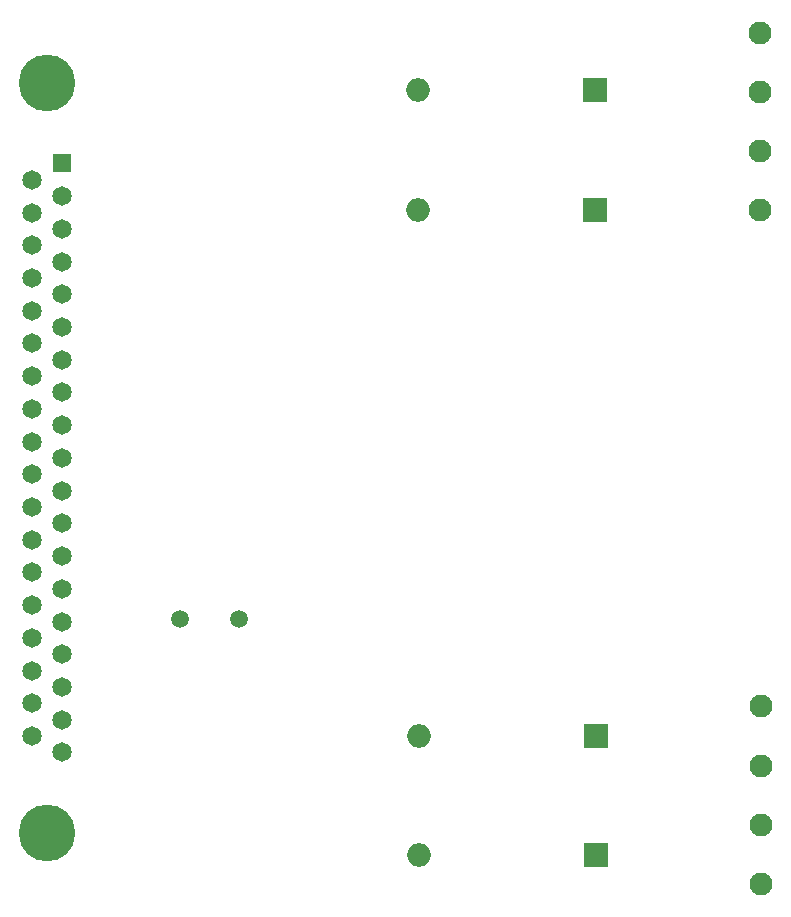
<source format=gbr>
%TF.GenerationSoftware,KiCad,Pcbnew,(5.1.10)-1*%
%TF.CreationDate,2021-11-30T13:01:00-06:00*%
%TF.ProjectId,Charges_KiCAD_Project,43686172-6765-4735-9f4b-694341445f50,rev?*%
%TF.SameCoordinates,Original*%
%TF.FileFunction,Soldermask,Bot*%
%TF.FilePolarity,Negative*%
%FSLAX46Y46*%
G04 Gerber Fmt 4.6, Leading zero omitted, Abs format (unit mm)*
G04 Created by KiCad (PCBNEW (5.1.10)-1) date 2021-11-30 13:01:00*
%MOMM*%
%LPD*%
G01*
G04 APERTURE LIST*
%ADD10C,4.800000*%
%ADD11C,1.650000*%
%ADD12R,1.650000X1.650000*%
%ADD13C,1.950000*%
%ADD14C,1.500000*%
%ADD15O,2.000000X2.000000*%
%ADD16R,2.000000X2.000000*%
G04 APERTURE END LIST*
D10*
%TO.C,J3*%
X108585000Y-127800000D03*
X108585000Y-64300000D03*
D11*
X107315000Y-119595000D03*
X107315000Y-116825000D03*
X107315000Y-114055000D03*
X107315000Y-111285000D03*
X107315000Y-108515000D03*
X107315000Y-105745000D03*
X107315000Y-102975000D03*
X107315000Y-100205000D03*
X107315000Y-97435000D03*
X107315000Y-94665000D03*
X107315000Y-91895000D03*
X107315000Y-89125000D03*
X107315000Y-86355000D03*
X107315000Y-83585000D03*
X107315000Y-80815000D03*
X107315000Y-78045000D03*
X107315000Y-75275000D03*
X107315000Y-72505000D03*
X109855000Y-120980000D03*
X109855000Y-118210000D03*
X109855000Y-115440000D03*
X109855000Y-112670000D03*
X109855000Y-109900000D03*
X109855000Y-107130000D03*
X109855000Y-104360000D03*
X109855000Y-101590000D03*
X109855000Y-98820000D03*
X109855000Y-96050000D03*
X109855000Y-93280000D03*
X109855000Y-90510000D03*
X109855000Y-87740000D03*
X109855000Y-84970000D03*
X109855000Y-82200000D03*
X109855000Y-79430000D03*
X109855000Y-76660000D03*
X109855000Y-73890000D03*
D12*
X109855000Y-71120000D03*
%TD*%
D13*
%TO.C,J2*%
X169037000Y-132094000D03*
X169037000Y-127094000D03*
X169037000Y-122094000D03*
X169037000Y-117094000D03*
%TD*%
%TO.C,J1*%
X168910000Y-75071000D03*
X168910000Y-70071000D03*
X168910000Y-65071000D03*
X168910000Y-60071000D03*
%TD*%
D14*
%TO.C,IC1*%
X119841000Y-109728000D03*
X124841000Y-109728000D03*
%TD*%
D15*
%TO.C,C4*%
X140067000Y-129667000D03*
D16*
X155067000Y-129667000D03*
%TD*%
D15*
%TO.C,C3*%
X140067000Y-119634000D03*
D16*
X155067000Y-119634000D03*
%TD*%
D15*
%TO.C,C2*%
X139940000Y-75057000D03*
D16*
X154940000Y-75057000D03*
%TD*%
D15*
%TO.C,C1*%
X139940000Y-64897000D03*
D16*
X154940000Y-64897000D03*
%TD*%
M02*

</source>
